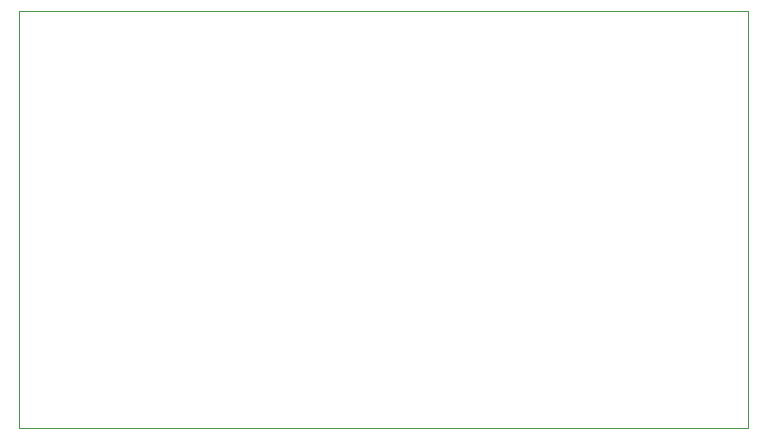
<source format=gbr>
%TF.GenerationSoftware,KiCad,Pcbnew,(6.0.7-1)-1*%
%TF.CreationDate,2022-10-05T22:11:01+11:00*%
%TF.ProjectId,Open-JIP,4f70656e-2d4a-4495-902e-6b696361645f,rev?*%
%TF.SameCoordinates,Original*%
%TF.FileFunction,Profile,NP*%
%FSLAX46Y46*%
G04 Gerber Fmt 4.6, Leading zero omitted, Abs format (unit mm)*
G04 Created by KiCad (PCBNEW (6.0.7-1)-1) date 2022-10-05 22:11:01*
%MOMM*%
%LPD*%
G01*
G04 APERTURE LIST*
%TA.AperFunction,Profile*%
%ADD10C,0.100000*%
%TD*%
G04 APERTURE END LIST*
D10*
X191008000Y-108204000D02*
X191008000Y-72898000D01*
X191008000Y-72898000D02*
X129286000Y-72898000D01*
X129286000Y-72898000D02*
X129286000Y-108204000D01*
X129286000Y-108204000D02*
X191008000Y-108204000D01*
M02*

</source>
